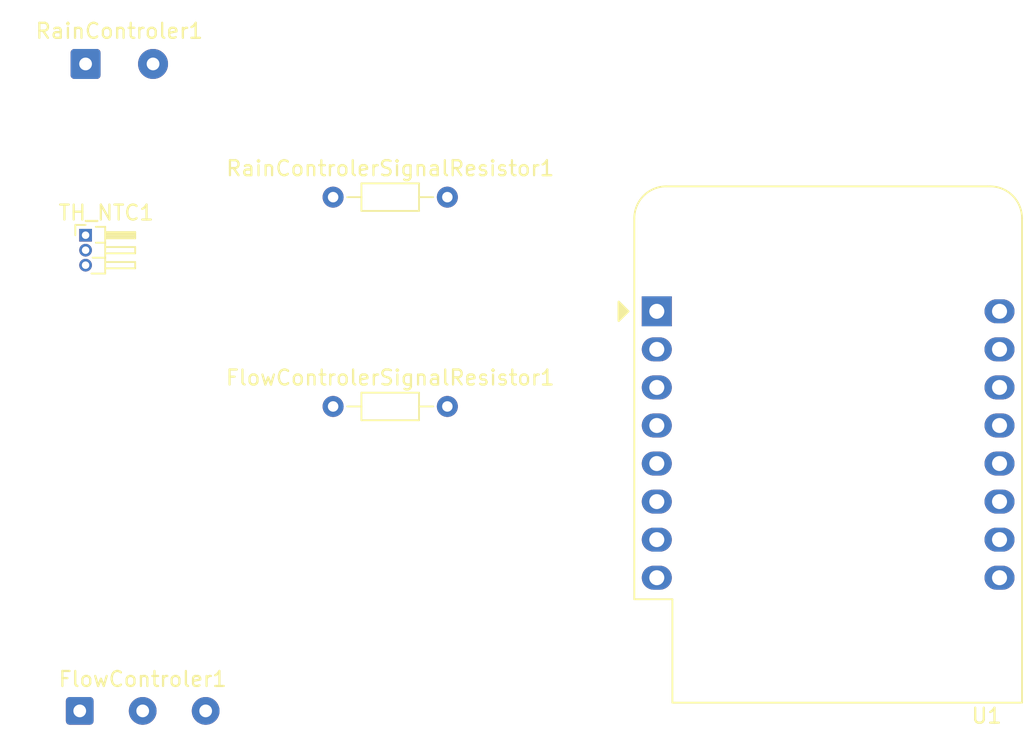
<source format=kicad_pcb>
(kicad_pcb (version 20171130) (host pcbnew "(5.1.6)-1")

  (general
    (thickness 1.6)
    (drawings 0)
    (tracks 0)
    (zones 0)
    (modules 6)
    (nets 18)
  )

  (page A4)
  (layers
    (0 F.Cu signal)
    (31 B.Cu signal)
    (32 B.Adhes user)
    (33 F.Adhes user)
    (34 B.Paste user)
    (35 F.Paste user)
    (36 B.SilkS user)
    (37 F.SilkS user)
    (38 B.Mask user)
    (39 F.Mask user)
    (40 Dwgs.User user)
    (41 Cmts.User user)
    (42 Eco1.User user)
    (43 Eco2.User user)
    (44 Edge.Cuts user)
    (45 Margin user)
    (46 B.CrtYd user)
    (47 F.CrtYd user)
    (48 B.Fab user)
    (49 F.Fab user)
  )

  (setup
    (last_trace_width 0.25)
    (trace_clearance 0.2)
    (zone_clearance 0.508)
    (zone_45_only no)
    (trace_min 0.2)
    (via_size 0.8)
    (via_drill 0.4)
    (via_min_size 0.4)
    (via_min_drill 0.3)
    (uvia_size 0.3)
    (uvia_drill 0.1)
    (uvias_allowed no)
    (uvia_min_size 0.2)
    (uvia_min_drill 0.1)
    (edge_width 0.05)
    (segment_width 0.2)
    (pcb_text_width 0.3)
    (pcb_text_size 1.5 1.5)
    (mod_edge_width 0.12)
    (mod_text_size 1 1)
    (mod_text_width 0.15)
    (pad_size 1.524 1.524)
    (pad_drill 0.762)
    (pad_to_mask_clearance 0.05)
    (aux_axis_origin 0 0)
    (visible_elements FFFFFF7F)
    (pcbplotparams
      (layerselection 0x010fc_ffffffff)
      (usegerberextensions false)
      (usegerberattributes true)
      (usegerberadvancedattributes true)
      (creategerberjobfile true)
      (excludeedgelayer true)
      (linewidth 0.100000)
      (plotframeref false)
      (viasonmask false)
      (mode 1)
      (useauxorigin false)
      (hpglpennumber 1)
      (hpglpenspeed 20)
      (hpglpendiameter 15.000000)
      (psnegative false)
      (psa4output false)
      (plotreference true)
      (plotvalue true)
      (plotinvisibletext false)
      (padsonsilk false)
      (subtractmaskfromsilk false)
      (outputformat 1)
      (mirror false)
      (drillshape 1)
      (scaleselection 1)
      (outputdirectory ""))
  )

  (net 0 "")
  (net 1 "Net-(U1-Pad16)")
  (net 2 "Net-(U1-Pad15)")
  (net 3 "Net-(U1-Pad14)")
  (net 4 "Net-(U1-Pad13)")
  (net 5 "Net-(U1-Pad12)")
  (net 6 "Net-(U1-Pad11)")
  (net 7 GND)
  (net 8 "Net-(U1-Pad9)")
  (net 9 "Net-(U1-Pad7)")
  (net 10 "Net-(U1-Pad6)")
  (net 11 "Net-(U1-Pad3)")
  (net 12 "Net-(U1-Pad1)")
  (net 13 /3V3)
  (net 14 /FlowSignal)
  (net 15 /ThermistorSignal)
  (net 16 "Net-(FlowControlerSignalResistor1-Pad2)")
  (net 17 /RainSignal)

  (net_class Default "This is the default net class."
    (clearance 0.2)
    (trace_width 0.25)
    (via_dia 0.8)
    (via_drill 0.4)
    (uvia_dia 0.3)
    (uvia_drill 0.1)
    (add_net /3V3)
    (add_net /FlowSignal)
    (add_net /RainSignal)
    (add_net /ThermistorSignal)
    (add_net GND)
    (add_net "Net-(FlowControlerSignalResistor1-Pad2)")
    (add_net "Net-(U1-Pad1)")
    (add_net "Net-(U1-Pad11)")
    (add_net "Net-(U1-Pad12)")
    (add_net "Net-(U1-Pad13)")
    (add_net "Net-(U1-Pad14)")
    (add_net "Net-(U1-Pad15)")
    (add_net "Net-(U1-Pad16)")
    (add_net "Net-(U1-Pad3)")
    (add_net "Net-(U1-Pad6)")
    (add_net "Net-(U1-Pad7)")
    (add_net "Net-(U1-Pad9)")
  )

  (module Resistor_THT:R_Axial_DIN0204_L3.6mm_D1.6mm_P7.62mm_Horizontal (layer F.Cu) (tedit 5AE5139B) (tstamp 5F8A0CBE)
    (at 121.92 85.09)
    (descr "Resistor, Axial_DIN0204 series, Axial, Horizontal, pin pitch=7.62mm, 0.167W, length*diameter=3.6*1.6mm^2, http://cdn-reichelt.de/documents/datenblatt/B400/1_4W%23YAG.pdf")
    (tags "Resistor Axial_DIN0204 series Axial Horizontal pin pitch 7.62mm 0.167W length 3.6mm diameter 1.6mm")
    (path /5F8A4530)
    (fp_text reference RainControlerSignalResistor1 (at 3.81 -1.92) (layer F.SilkS)
      (effects (font (size 1 1) (thickness 0.15)))
    )
    (fp_text value R200ohm (at 3.81 1.92) (layer F.Fab)
      (effects (font (size 1 1) (thickness 0.15)))
    )
    (fp_text user %R (at 3.81 0) (layer F.Fab)
      (effects (font (size 0.72 0.72) (thickness 0.108)))
    )
    (fp_line (start 2.01 -0.8) (end 2.01 0.8) (layer F.Fab) (width 0.1))
    (fp_line (start 2.01 0.8) (end 5.61 0.8) (layer F.Fab) (width 0.1))
    (fp_line (start 5.61 0.8) (end 5.61 -0.8) (layer F.Fab) (width 0.1))
    (fp_line (start 5.61 -0.8) (end 2.01 -0.8) (layer F.Fab) (width 0.1))
    (fp_line (start 0 0) (end 2.01 0) (layer F.Fab) (width 0.1))
    (fp_line (start 7.62 0) (end 5.61 0) (layer F.Fab) (width 0.1))
    (fp_line (start 1.89 -0.92) (end 1.89 0.92) (layer F.SilkS) (width 0.12))
    (fp_line (start 1.89 0.92) (end 5.73 0.92) (layer F.SilkS) (width 0.12))
    (fp_line (start 5.73 0.92) (end 5.73 -0.92) (layer F.SilkS) (width 0.12))
    (fp_line (start 5.73 -0.92) (end 1.89 -0.92) (layer F.SilkS) (width 0.12))
    (fp_line (start 0.94 0) (end 1.89 0) (layer F.SilkS) (width 0.12))
    (fp_line (start 6.68 0) (end 5.73 0) (layer F.SilkS) (width 0.12))
    (fp_line (start -0.95 -1.05) (end -0.95 1.05) (layer F.CrtYd) (width 0.05))
    (fp_line (start -0.95 1.05) (end 8.57 1.05) (layer F.CrtYd) (width 0.05))
    (fp_line (start 8.57 1.05) (end 8.57 -1.05) (layer F.CrtYd) (width 0.05))
    (fp_line (start 8.57 -1.05) (end -0.95 -1.05) (layer F.CrtYd) (width 0.05))
    (pad 2 thru_hole oval (at 7.62 0) (size 1.4 1.4) (drill 0.7) (layers *.Cu *.Mask)
      (net 7 GND))
    (pad 1 thru_hole circle (at 0 0) (size 1.4 1.4) (drill 0.7) (layers *.Cu *.Mask)
      (net 17 /RainSignal))
    (model ${KISYS3DMOD}/Resistor_THT.3dshapes/R_Axial_DIN0204_L3.6mm_D1.6mm_P7.62mm_Horizontal.wrl
      (at (xyz 0 0 0))
      (scale (xyz 1 1 1))
      (rotate (xyz 0 0 0))
    )
  )

  (module Connector_Wire:SolderWire-0.25sqmm_1x02_P4.5mm_D0.65mm_OD2mm (layer F.Cu) (tedit 5EB70B44) (tstamp 5F8A0B07)
    (at 105.41 76.2)
    (descr "Soldered wire connection, for 2 times 0.25 mm² wires, reinforced insulation, conductor diameter 0.65mm, outer diameter 2mm, size source Multi-Contact FLEXI-2V 0.25 (https://ec.staubli.com/AcroFiles/Catalogues/TM_Cab-Main-11014119_(en)_hi.pdf), bend radius 3 times outer diameter, generated with kicad-footprint-generator")
    (tags "connector wire 0.25sqmm")
    (path /5F8A34C2)
    (attr virtual)
    (fp_text reference RainControler1 (at 2.25 -2.2) (layer F.SilkS)
      (effects (font (size 1 1) (thickness 0.15)))
    )
    (fp_text value Cable_01x02_Female (at 2.25 2.2) (layer F.Fab)
      (effects (font (size 1 1) (thickness 0.15)))
    )
    (fp_text user %R (at 2.25 0 90) (layer F.Fab)
      (effects (font (size 0.75 0.75) (thickness 0.11)))
    )
    (fp_circle (center 0 0) (end 1 0) (layer F.Fab) (width 0.1))
    (fp_circle (center 4.5 0) (end 5.5 0) (layer F.Fab) (width 0.1))
    (fp_line (start -1.75 -1.5) (end -1.75 1.5) (layer F.CrtYd) (width 0.05))
    (fp_line (start -1.75 1.5) (end 1.75 1.5) (layer F.CrtYd) (width 0.05))
    (fp_line (start 1.75 1.5) (end 1.75 -1.5) (layer F.CrtYd) (width 0.05))
    (fp_line (start 1.75 -1.5) (end -1.75 -1.5) (layer F.CrtYd) (width 0.05))
    (fp_line (start 2.75 -1.5) (end 2.75 1.5) (layer F.CrtYd) (width 0.05))
    (fp_line (start 2.75 1.5) (end 6.25 1.5) (layer F.CrtYd) (width 0.05))
    (fp_line (start 6.25 1.5) (end 6.25 -1.5) (layer F.CrtYd) (width 0.05))
    (fp_line (start 6.25 -1.5) (end 2.75 -1.5) (layer F.CrtYd) (width 0.05))
    (pad 2 thru_hole circle (at 4.5 0) (size 2 2) (drill 0.85) (layers *.Cu *.Mask)
      (net 17 /RainSignal))
    (pad 1 thru_hole roundrect (at 0 0) (size 2 2) (drill 0.85) (layers *.Cu *.Mask) (roundrect_rratio 0.125)
      (net 13 /3V3))
    (model ${KISYS3DMOD}/Connector_Wire.3dshapes/SolderWire-0.25sqmm_1x02_P4.5mm_D0.65mm_OD2mm.wrl
      (at (xyz 0 0 0))
      (scale (xyz 1 1 1))
      (rotate (xyz 0 0 0))
    )
  )

  (module Resistor_THT:R_Axial_DIN0204_L3.6mm_D1.6mm_P7.62mm_Horizontal (layer F.Cu) (tedit 5AE5139B) (tstamp 5F8A04AA)
    (at 121.92 99.06)
    (descr "Resistor, Axial_DIN0204 series, Axial, Horizontal, pin pitch=7.62mm, 0.167W, length*diameter=3.6*1.6mm^2, http://cdn-reichelt.de/documents/datenblatt/B400/1_4W%23YAG.pdf")
    (tags "Resistor Axial_DIN0204 series Axial Horizontal pin pitch 7.62mm 0.167W length 3.6mm diameter 1.6mm")
    (path /5F8A24A9)
    (fp_text reference FlowControlerSignalResistor1 (at 3.81 -1.92) (layer F.SilkS)
      (effects (font (size 1 1) (thickness 0.15)))
    )
    (fp_text value R200ohm (at 3.81 1.92) (layer F.Fab)
      (effects (font (size 1 1) (thickness 0.15)))
    )
    (fp_text user %R (at 3.81 0) (layer F.Fab)
      (effects (font (size 0.72 0.72) (thickness 0.108)))
    )
    (fp_line (start 2.01 -0.8) (end 2.01 0.8) (layer F.Fab) (width 0.1))
    (fp_line (start 2.01 0.8) (end 5.61 0.8) (layer F.Fab) (width 0.1))
    (fp_line (start 5.61 0.8) (end 5.61 -0.8) (layer F.Fab) (width 0.1))
    (fp_line (start 5.61 -0.8) (end 2.01 -0.8) (layer F.Fab) (width 0.1))
    (fp_line (start 0 0) (end 2.01 0) (layer F.Fab) (width 0.1))
    (fp_line (start 7.62 0) (end 5.61 0) (layer F.Fab) (width 0.1))
    (fp_line (start 1.89 -0.92) (end 1.89 0.92) (layer F.SilkS) (width 0.12))
    (fp_line (start 1.89 0.92) (end 5.73 0.92) (layer F.SilkS) (width 0.12))
    (fp_line (start 5.73 0.92) (end 5.73 -0.92) (layer F.SilkS) (width 0.12))
    (fp_line (start 5.73 -0.92) (end 1.89 -0.92) (layer F.SilkS) (width 0.12))
    (fp_line (start 0.94 0) (end 1.89 0) (layer F.SilkS) (width 0.12))
    (fp_line (start 6.68 0) (end 5.73 0) (layer F.SilkS) (width 0.12))
    (fp_line (start -0.95 -1.05) (end -0.95 1.05) (layer F.CrtYd) (width 0.05))
    (fp_line (start -0.95 1.05) (end 8.57 1.05) (layer F.CrtYd) (width 0.05))
    (fp_line (start 8.57 1.05) (end 8.57 -1.05) (layer F.CrtYd) (width 0.05))
    (fp_line (start 8.57 -1.05) (end -0.95 -1.05) (layer F.CrtYd) (width 0.05))
    (pad 2 thru_hole oval (at 7.62 0) (size 1.4 1.4) (drill 0.7) (layers *.Cu *.Mask)
      (net 16 "Net-(FlowControlerSignalResistor1-Pad2)"))
    (pad 1 thru_hole circle (at 0 0) (size 1.4 1.4) (drill 0.7) (layers *.Cu *.Mask)
      (net 14 /FlowSignal))
    (model ${KISYS3DMOD}/Resistor_THT.3dshapes/R_Axial_DIN0204_L3.6mm_D1.6mm_P7.62mm_Horizontal.wrl
      (at (xyz 0 0 0))
      (scale (xyz 1 1 1))
      (rotate (xyz 0 0 0))
    )
  )

  (module Connector_Wire:SolderWire-0.25sqmm_1x03_P4.2mm_D0.65mm_OD1.7mm (layer F.Cu) (tedit 5EB70B43) (tstamp 5F89FCD5)
    (at 105.02 119.38)
    (descr "Soldered wire connection, for 3 times 0.25 mm² wires, basic insulation, conductor diameter 0.65mm, outer diameter 1.7mm, size source Multi-Contact FLEXI-E_0.25 (https://ec.staubli.com/AcroFiles/Catalogues/TM_Cab-Main-11014119_(en)_hi.pdf), bend radius 3 times outer diameter, generated with kicad-footprint-generator")
    (tags "connector wire 0.25sqmm")
    (path /5F89F991)
    (attr virtual)
    (fp_text reference FlowControler1 (at 4.2 -2.12) (layer F.SilkS)
      (effects (font (size 1 1) (thickness 0.15)))
    )
    (fp_text value Cable_01x03_Female (at 4.2 2.12) (layer F.Fab)
      (effects (font (size 1 1) (thickness 0.15)))
    )
    (fp_text user %R (at 4.2 0 90) (layer F.Fab)
      (effects (font (size 0.42 0.42) (thickness 0.06)))
    )
    (fp_circle (center 0 0) (end 0.85 0) (layer F.Fab) (width 0.1))
    (fp_circle (center 4.2 0) (end 5.05 0) (layer F.Fab) (width 0.1))
    (fp_circle (center 8.4 0) (end 9.25 0) (layer F.Fab) (width 0.1))
    (fp_line (start -1.6 -1.42) (end -1.6 1.42) (layer F.CrtYd) (width 0.05))
    (fp_line (start -1.6 1.42) (end 1.6 1.42) (layer F.CrtYd) (width 0.05))
    (fp_line (start 1.6 1.42) (end 1.6 -1.42) (layer F.CrtYd) (width 0.05))
    (fp_line (start 1.6 -1.42) (end -1.6 -1.42) (layer F.CrtYd) (width 0.05))
    (fp_line (start 2.6 -1.42) (end 2.6 1.42) (layer F.CrtYd) (width 0.05))
    (fp_line (start 2.6 1.42) (end 5.8 1.42) (layer F.CrtYd) (width 0.05))
    (fp_line (start 5.8 1.42) (end 5.8 -1.42) (layer F.CrtYd) (width 0.05))
    (fp_line (start 5.8 -1.42) (end 2.6 -1.42) (layer F.CrtYd) (width 0.05))
    (fp_line (start 6.8 -1.42) (end 6.8 1.42) (layer F.CrtYd) (width 0.05))
    (fp_line (start 6.8 1.42) (end 10 1.42) (layer F.CrtYd) (width 0.05))
    (fp_line (start 10 1.42) (end 10 -1.42) (layer F.CrtYd) (width 0.05))
    (fp_line (start 10 -1.42) (end 6.8 -1.42) (layer F.CrtYd) (width 0.05))
    (pad 3 thru_hole circle (at 8.4 0) (size 1.85 1.85) (drill 0.85) (layers *.Cu *.Mask)
      (net 7 GND))
    (pad 2 thru_hole circle (at 4.2 0) (size 1.85 1.85) (drill 0.85) (layers *.Cu *.Mask)
      (net 14 /FlowSignal))
    (pad 1 thru_hole roundrect (at 0 0) (size 1.85 1.85) (drill 0.85) (layers *.Cu *.Mask) (roundrect_rratio 0.135135)
      (net 13 /3V3))
    (model ${KISYS3DMOD}/Connector_Wire.3dshapes/SolderWire-0.25sqmm_1x03_P4.2mm_D0.65mm_OD1.7mm.wrl
      (at (xyz 0 0 0))
      (scale (xyz 1 1 1))
      (rotate (xyz 0 0 0))
    )
  )

  (module Connector_PinHeader_1.00mm:PinHeader_1x03_P1.00mm_Horizontal (layer F.Cu) (tedit 59FED737) (tstamp 5F8A0EC1)
    (at 105.41 87.63)
    (descr "Through hole angled pin header, 1x03, 1.00mm pitch, 2.0mm pin length, single row")
    (tags "Through hole angled pin header THT 1x03 1.00mm single row")
    (path /5F83028F)
    (fp_text reference TH_NTC1 (at 1.375 -1.5) (layer F.SilkS)
      (effects (font (size 1 1) (thickness 0.15)))
    )
    (fp_text value Thermistor_NTC (at 1.375 3.5) (layer F.Fab)
      (effects (font (size 1 1) (thickness 0.15)))
    )
    (fp_text user %R (at 0.75 1 90) (layer F.Fab)
      (effects (font (size 0.6 0.6) (thickness 0.09)))
    )
    (fp_line (start 0.5 -0.5) (end 1.25 -0.5) (layer F.Fab) (width 0.1))
    (fp_line (start 1.25 -0.5) (end 1.25 2.5) (layer F.Fab) (width 0.1))
    (fp_line (start 1.25 2.5) (end 0.25 2.5) (layer F.Fab) (width 0.1))
    (fp_line (start 0.25 2.5) (end 0.25 -0.25) (layer F.Fab) (width 0.1))
    (fp_line (start 0.25 -0.25) (end 0.5 -0.5) (layer F.Fab) (width 0.1))
    (fp_line (start -0.15 -0.15) (end 0.25 -0.15) (layer F.Fab) (width 0.1))
    (fp_line (start -0.15 -0.15) (end -0.15 0.15) (layer F.Fab) (width 0.1))
    (fp_line (start -0.15 0.15) (end 0.25 0.15) (layer F.Fab) (width 0.1))
    (fp_line (start 1.25 -0.15) (end 3.25 -0.15) (layer F.Fab) (width 0.1))
    (fp_line (start 3.25 -0.15) (end 3.25 0.15) (layer F.Fab) (width 0.1))
    (fp_line (start 1.25 0.15) (end 3.25 0.15) (layer F.Fab) (width 0.1))
    (fp_line (start -0.15 0.85) (end 0.25 0.85) (layer F.Fab) (width 0.1))
    (fp_line (start -0.15 0.85) (end -0.15 1.15) (layer F.Fab) (width 0.1))
    (fp_line (start -0.15 1.15) (end 0.25 1.15) (layer F.Fab) (width 0.1))
    (fp_line (start 1.25 0.85) (end 3.25 0.85) (layer F.Fab) (width 0.1))
    (fp_line (start 3.25 0.85) (end 3.25 1.15) (layer F.Fab) (width 0.1))
    (fp_line (start 1.25 1.15) (end 3.25 1.15) (layer F.Fab) (width 0.1))
    (fp_line (start -0.15 1.85) (end 0.25 1.85) (layer F.Fab) (width 0.1))
    (fp_line (start -0.15 1.85) (end -0.15 2.15) (layer F.Fab) (width 0.1))
    (fp_line (start -0.15 2.15) (end 0.25 2.15) (layer F.Fab) (width 0.1))
    (fp_line (start 1.25 1.85) (end 3.25 1.85) (layer F.Fab) (width 0.1))
    (fp_line (start 3.25 1.85) (end 3.25 2.15) (layer F.Fab) (width 0.1))
    (fp_line (start 1.25 2.15) (end 3.25 2.15) (layer F.Fab) (width 0.1))
    (fp_line (start 0.685 -0.56) (end 1.31 -0.56) (layer F.SilkS) (width 0.12))
    (fp_line (start 1.31 -0.56) (end 1.31 2.56) (layer F.SilkS) (width 0.12))
    (fp_line (start 1.31 2.56) (end 0.394493 2.56) (layer F.SilkS) (width 0.12))
    (fp_line (start 1.31 -0.21) (end 3.31 -0.21) (layer F.SilkS) (width 0.12))
    (fp_line (start 3.31 -0.21) (end 3.31 0.21) (layer F.SilkS) (width 0.12))
    (fp_line (start 3.31 0.21) (end 1.31 0.21) (layer F.SilkS) (width 0.12))
    (fp_line (start 1.31 -0.15) (end 3.31 -0.15) (layer F.SilkS) (width 0.12))
    (fp_line (start 1.31 -0.03) (end 3.31 -0.03) (layer F.SilkS) (width 0.12))
    (fp_line (start 1.31 0.09) (end 3.31 0.09) (layer F.SilkS) (width 0.12))
    (fp_line (start 0.685 0.5) (end 1.31 0.5) (layer F.SilkS) (width 0.12))
    (fp_line (start 1.31 0.79) (end 3.31 0.79) (layer F.SilkS) (width 0.12))
    (fp_line (start 3.31 0.79) (end 3.31 1.21) (layer F.SilkS) (width 0.12))
    (fp_line (start 3.31 1.21) (end 1.31 1.21) (layer F.SilkS) (width 0.12))
    (fp_line (start 0.468215 1.5) (end 1.31 1.5) (layer F.SilkS) (width 0.12))
    (fp_line (start 1.31 1.79) (end 3.31 1.79) (layer F.SilkS) (width 0.12))
    (fp_line (start 3.31 1.79) (end 3.31 2.21) (layer F.SilkS) (width 0.12))
    (fp_line (start 3.31 2.21) (end 1.31 2.21) (layer F.SilkS) (width 0.12))
    (fp_line (start -0.685 0) (end -0.685 -0.685) (layer F.SilkS) (width 0.12))
    (fp_line (start -0.685 -0.685) (end 0 -0.685) (layer F.SilkS) (width 0.12))
    (fp_line (start -1 -1) (end -1 3) (layer F.CrtYd) (width 0.05))
    (fp_line (start -1 3) (end 3.75 3) (layer F.CrtYd) (width 0.05))
    (fp_line (start 3.75 3) (end 3.75 -1) (layer F.CrtYd) (width 0.05))
    (fp_line (start 3.75 -1) (end -1 -1) (layer F.CrtYd) (width 0.05))
    (pad 3 thru_hole oval (at 0 2) (size 0.85 0.85) (drill 0.5) (layers *.Cu *.Mask)
      (net 7 GND))
    (pad 2 thru_hole oval (at 0 1) (size 0.85 0.85) (drill 0.5) (layers *.Cu *.Mask)
      (net 13 /3V3))
    (pad 1 thru_hole rect (at 0 0) (size 0.85 0.85) (drill 0.5) (layers *.Cu *.Mask)
      (net 15 /ThermistorSignal))
    (model ${KISYS3DMOD}/Connector_PinHeader_1.00mm.3dshapes/PinHeader_1x03_P1.00mm_Horizontal.wrl
      (at (xyz 0 0 0))
      (scale (xyz 1 1 1))
      (rotate (xyz 0 0 0))
    )
  )

  (module Module:WEMOS_D1_mini_light (layer F.Cu) (tedit 5BBFB1CE) (tstamp 5F834A9C)
    (at 143.51 92.71)
    (descr "16-pin module, column spacing 22.86 mm (900 mils), https://wiki.wemos.cc/products:d1:d1_mini, https://c1.staticflickr.com/1/734/31400410271_f278b087db_z.jpg")
    (tags "ESP8266 WiFi microcontroller")
    (path /5F82EB90)
    (fp_text reference U1 (at 22 27) (layer F.SilkS)
      (effects (font (size 1 1) (thickness 0.15)))
    )
    (fp_text value WeMos_D1_mini (at 11.7 0) (layer F.Fab)
      (effects (font (size 1 1) (thickness 0.15)))
    )
    (fp_text user "No copper" (at 11.43 -3.81) (layer Cmts.User)
      (effects (font (size 1 1) (thickness 0.15)))
    )
    (fp_text user "KEEP OUT" (at 11.43 -6.35) (layer Cmts.User)
      (effects (font (size 1 1) (thickness 0.15)))
    )
    (fp_arc (start 22.23 -6.21) (end 24.36 -6.21) (angle -90) (layer F.SilkS) (width 0.12))
    (fp_arc (start 0.63 -6.21) (end 0.63 -8.34) (angle -90) (layer F.SilkS) (width 0.12))
    (fp_arc (start 22.23 -6.21) (end 24.23 -6.19) (angle -90) (layer F.Fab) (width 0.1))
    (fp_arc (start 0.63 -6.21) (end 0.63 -8.21) (angle -90) (layer F.Fab) (width 0.1))
    (fp_text user %R (at 11.43 10) (layer F.Fab)
      (effects (font (size 1 1) (thickness 0.15)))
    )
    (fp_line (start 1.04 26.12) (end 24.36 26.12) (layer F.SilkS) (width 0.12))
    (fp_line (start -1.5 19.22) (end -1.5 -6.21) (layer F.SilkS) (width 0.12))
    (fp_line (start 24.36 26.12) (end 24.36 -6.21) (layer F.SilkS) (width 0.12))
    (fp_line (start 22.24 -8.34) (end 0.63 -8.34) (layer F.SilkS) (width 0.12))
    (fp_line (start 1.17 25.99) (end 24.23 25.99) (layer F.Fab) (width 0.1))
    (fp_line (start 24.23 25.99) (end 24.23 -6.21) (layer F.Fab) (width 0.1))
    (fp_line (start 22.23 -8.21) (end 0.63 -8.21) (layer F.Fab) (width 0.1))
    (fp_line (start -1.37 1) (end -1.37 19.09) (layer F.Fab) (width 0.1))
    (fp_line (start -1.62 -8.46) (end 24.48 -8.46) (layer F.CrtYd) (width 0.05))
    (fp_line (start 24.48 -8.41) (end 24.48 26.24) (layer F.CrtYd) (width 0.05))
    (fp_line (start 24.48 26.24) (end -1.62 26.24) (layer F.CrtYd) (width 0.05))
    (fp_line (start -1.62 26.24) (end -1.62 -8.46) (layer F.CrtYd) (width 0.05))
    (fp_poly (pts (xy -2.54 -0.635) (xy -2.54 0.635) (xy -1.905 0)) (layer F.SilkS) (width 0.15))
    (fp_line (start -1.35 -1.4) (end 24.25 -1.4) (layer Dwgs.User) (width 0.1))
    (fp_line (start 24.25 -1.4) (end 24.25 -8.2) (layer Dwgs.User) (width 0.1))
    (fp_line (start 24.25 -8.2) (end -1.35 -8.2) (layer Dwgs.User) (width 0.1))
    (fp_line (start -1.35 -8.2) (end -1.35 -1.4) (layer Dwgs.User) (width 0.1))
    (fp_line (start -1.35 -1.4) (end 5.45 -8.2) (layer Dwgs.User) (width 0.1))
    (fp_line (start 0.65 -1.4) (end 7.45 -8.2) (layer Dwgs.User) (width 0.1))
    (fp_line (start 2.65 -1.4) (end 9.45 -8.2) (layer Dwgs.User) (width 0.1))
    (fp_line (start 4.65 -1.4) (end 11.45 -8.2) (layer Dwgs.User) (width 0.1))
    (fp_line (start 6.65 -1.4) (end 13.45 -8.2) (layer Dwgs.User) (width 0.1))
    (fp_line (start 8.65 -1.4) (end 15.45 -8.2) (layer Dwgs.User) (width 0.1))
    (fp_line (start 10.65 -1.4) (end 17.45 -8.2) (layer Dwgs.User) (width 0.1))
    (fp_line (start 12.65 -1.4) (end 19.45 -8.2) (layer Dwgs.User) (width 0.1))
    (fp_line (start 14.65 -1.4) (end 21.45 -8.2) (layer Dwgs.User) (width 0.1))
    (fp_line (start 16.65 -1.4) (end 23.45 -8.2) (layer Dwgs.User) (width 0.1))
    (fp_line (start 18.65 -1.4) (end 24.25 -7) (layer Dwgs.User) (width 0.1))
    (fp_line (start 20.65 -1.4) (end 24.25 -5) (layer Dwgs.User) (width 0.1))
    (fp_line (start 22.65 -1.4) (end 24.25 -3) (layer Dwgs.User) (width 0.1))
    (fp_line (start -1.35 -3.4) (end 3.45 -8.2) (layer Dwgs.User) (width 0.1))
    (fp_line (start -1.3 -5.45) (end 1.45 -8.2) (layer Dwgs.User) (width 0.1))
    (fp_line (start -1.35 -7.4) (end -0.55 -8.2) (layer Dwgs.User) (width 0.1))
    (fp_line (start -1.37 19.09) (end 1.17 19.09) (layer F.Fab) (width 0.1))
    (fp_line (start 1.17 19.09) (end 1.17 25.99) (layer F.Fab) (width 0.1))
    (fp_line (start -1.37 -6.21) (end -1.37 -1) (layer F.Fab) (width 0.1))
    (fp_line (start -1.37 1) (end -0.37 0) (layer F.Fab) (width 0.1))
    (fp_line (start -0.37 0) (end -1.37 -1) (layer F.Fab) (width 0.1))
    (fp_line (start -1.5 19.22) (end 1.04 19.22) (layer F.SilkS) (width 0.12))
    (fp_line (start 1.04 19.22) (end 1.04 26.12) (layer F.SilkS) (width 0.12))
    (pad 16 thru_hole oval (at 22.86 0) (size 2 1.6) (drill 1) (layers *.Cu *.Mask)
      (net 1 "Net-(U1-Pad16)"))
    (pad 15 thru_hole oval (at 22.86 2.54) (size 2 1.6) (drill 1) (layers *.Cu *.Mask)
      (net 2 "Net-(U1-Pad15)"))
    (pad 14 thru_hole oval (at 22.86 5.08) (size 2 1.6) (drill 1) (layers *.Cu *.Mask)
      (net 3 "Net-(U1-Pad14)"))
    (pad 13 thru_hole oval (at 22.86 7.62) (size 2 1.6) (drill 1) (layers *.Cu *.Mask)
      (net 4 "Net-(U1-Pad13)"))
    (pad 12 thru_hole oval (at 22.86 10.16) (size 2 1.6) (drill 1) (layers *.Cu *.Mask)
      (net 5 "Net-(U1-Pad12)"))
    (pad 11 thru_hole oval (at 22.86 12.7) (size 2 1.6) (drill 1) (layers *.Cu *.Mask)
      (net 6 "Net-(U1-Pad11)"))
    (pad 10 thru_hole oval (at 22.86 15.24) (size 2 1.6) (drill 1) (layers *.Cu *.Mask)
      (net 7 GND))
    (pad 9 thru_hole oval (at 22.86 17.78) (size 2 1.6) (drill 1) (layers *.Cu *.Mask)
      (net 8 "Net-(U1-Pad9)"))
    (pad 8 thru_hole oval (at 0 17.78) (size 2 1.6) (drill 1) (layers *.Cu *.Mask)
      (net 13 /3V3))
    (pad 7 thru_hole oval (at 0 15.24) (size 2 1.6) (drill 1) (layers *.Cu *.Mask)
      (net 9 "Net-(U1-Pad7)"))
    (pad 6 thru_hole oval (at 0 12.7) (size 2 1.6) (drill 1) (layers *.Cu *.Mask)
      (net 10 "Net-(U1-Pad6)"))
    (pad 5 thru_hole oval (at 0 10.16) (size 2 1.6) (drill 1) (layers *.Cu *.Mask)
      (net 17 /RainSignal))
    (pad 4 thru_hole oval (at 0 7.62) (size 2 1.6) (drill 1) (layers *.Cu *.Mask)
      (net 16 "Net-(FlowControlerSignalResistor1-Pad2)"))
    (pad 3 thru_hole oval (at 0 5.08) (size 2 1.6) (drill 1) (layers *.Cu *.Mask)
      (net 11 "Net-(U1-Pad3)"))
    (pad 1 thru_hole rect (at 0 0) (size 2 2) (drill 1) (layers *.Cu *.Mask)
      (net 12 "Net-(U1-Pad1)"))
    (pad 2 thru_hole oval (at 0 2.54) (size 2 1.6) (drill 1) (layers *.Cu *.Mask)
      (net 15 /ThermistorSignal))
    (model ${KISYS3DMOD}/Module.3dshapes/WEMOS_D1_mini_light.wrl
      (at (xyz 0 0 0))
      (scale (xyz 1 1 1))
      (rotate (xyz 0 0 0))
    )
    (model ${KISYS3DMOD}/Connector_PinHeader_2.54mm.3dshapes/PinHeader_1x08_P2.54mm_Vertical.wrl
      (offset (xyz 0 0 9.5))
      (scale (xyz 1 1 1))
      (rotate (xyz 0 -180 0))
    )
    (model ${KISYS3DMOD}/Connector_PinHeader_2.54mm.3dshapes/PinHeader_1x08_P2.54mm_Vertical.wrl
      (offset (xyz 22.86 0 9.5))
      (scale (xyz 1 1 1))
      (rotate (xyz 0 -180 0))
    )
    (model ${KISYS3DMOD}/Connector_PinSocket_2.54mm.3dshapes/PinSocket_1x08_P2.54mm_Vertical.wrl
      (at (xyz 0 0 0))
      (scale (xyz 1 1 1))
      (rotate (xyz 0 0 0))
    )
    (model ${KISYS3DMOD}/Connector_PinSocket_2.54mm.3dshapes/PinSocket_1x08_P2.54mm_Vertical.wrl
      (offset (xyz 22.86 0 0))
      (scale (xyz 1 1 1))
      (rotate (xyz 0 0 0))
    )
  )

)

</source>
